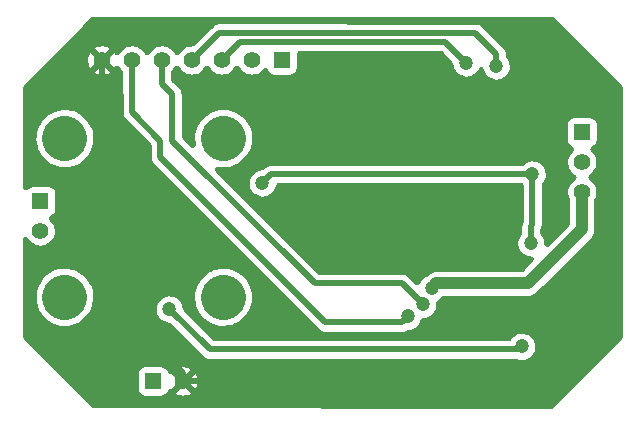
<source format=gbl>
G04 ( created by brdgerber.py ( brdgerber.py v0.1 2014-03-12 ) ) date 2021-03-15 07:30:47 EDT*
G04 Gerber Fmt 3.4, Leading zero omitted, Abs format*
%MOIN*%
%FSLAX34Y34*%
G01*
G70*
G90*
G04 APERTURE LIST*
%ADD27R,0.1575X0.0945*%
%ADD22R,0.0709X0.0629*%
%ADD17R,0.0629X0.0709*%
%ADD21C,0.0000*%
%ADD13C,0.0020*%
%ADD25C,0.0059*%
%ADD23C,0.0200*%
%ADD20C,0.1500*%
%ADD26C,0.0400*%
%ADD30R,0.0800X0.0600*%
%ADD12C,0.0060*%
%ADD29C,0.0472*%
%ADD11C,0.0050*%
%ADD16C,0.0120*%
%ADD24C,0.0100*%
%ADD14R,0.0550X0.0550*%
%ADD18R,0.0472X0.0275*%
%ADD10R,0.0260X0.0800*%
%ADD28C,0.0047*%
%ADD19C,0.0012*%
%ADD15C,0.0550*%
G04 APERTURE END LIST*
G54D27*
D14*
X02850Y23350D03*
D15*
X01850Y23350D03*
D15*
X00850Y23350D03*
D15*
X-00150Y23350D03*
D15*
X-01150Y23350D03*
D15*
X-02150Y23350D03*
D15*
X-03150Y23350D03*
D20*
G01X-04395Y15455D02*
G01X-04395Y15455D01*
D20*
G01X00895Y15455D02*
G01X00895Y15455D01*
D20*
G01X00895Y20745D02*
G01X00895Y20745D01*
D20*
G01X-04395Y20745D02*
G01X-04395Y20745D01*
D14*
X-01450Y12650D03*
D15*
X-00450Y12650D03*
D14*
X12850Y20950D03*
D15*
X12850Y19950D03*
D15*
X12850Y18950D03*
G36*
G01X11859Y11801D02*
G01X11104Y13385D01*
G01X11024Y13346D01*
G01X10940Y13323D01*
G01X10836Y13314D01*
G01X00071Y12588D01*
G01X00050Y12490D01*
G01X00025Y12427D01*
G01X-00026Y12341D01*
G01X-00047Y12318D01*
G01X-00116Y12245D01*
G01X-00179Y12199D01*
G01X-00267Y12158D01*
G01X-00357Y12134D01*
G01X-00464Y12125D01*
G01X-01177Y12125D01*
G01X-01723Y12125D01*
G01X-01800Y12137D01*
G01X-01874Y12175D01*
G01X-01925Y12226D01*
G01X-01963Y12300D01*
G01X-01975Y12375D01*
G01X-01975Y12925D01*
G01X-01963Y13000D01*
G01X-04291Y14461D01*
G01X-04399Y14455D01*
G01X-04536Y14466D01*
G01X-04635Y14485D01*
G01X-04742Y14518D01*
G01X-04839Y14559D01*
G01X-04929Y14611D01*
G01X-05032Y14685D01*
G01X-05133Y14780D01*
G01X-05204Y14868D01*
G01X-05267Y14966D01*
G01X-05316Y15066D01*
G01X-05350Y15162D01*
G01X-05376Y15268D01*
G01X-05391Y15377D01*
G01X-05390Y15541D01*
G01X-05376Y15652D01*
G01X-05350Y15751D01*
G01X-05313Y15850D01*
G01X-05256Y15963D01*
G01X-05185Y16068D01*
G01X-05095Y16168D01*
G01X-04997Y16253D01*
G01X-04902Y16317D01*
G01X-04802Y16368D01*
G01X-04702Y16407D01*
G01X-04601Y16434D01*
G01X-04500Y16450D01*
G01X-04305Y16452D01*
G01X-04097Y16410D01*
G01X-04002Y16375D01*
G01X-03901Y16325D01*
G01X-03805Y16263D01*
G01X-01445Y19850D01*
G01X01678Y16076D01*
G01X01739Y15990D01*
G01X01790Y15901D01*
G01X01834Y15798D01*
G01X01865Y15696D01*
G01X01884Y15597D01*
G01X01895Y15457D01*
G01X01885Y15323D01*
G01X01867Y15222D01*
G01X01835Y15116D01*
G01X01796Y15021D01*
G01X01729Y14904D01*
G01X01662Y14814D01*
G01X01573Y14721D01*
G01X01487Y14650D01*
G01X01375Y14578D01*
G01X01282Y14534D01*
G01X01182Y14498D01*
G01X01075Y14473D01*
G01X00888Y14455D01*
G01X00753Y14466D01*
G01X00654Y14485D01*
G01X00547Y14518D01*
G01X00449Y14560D01*
G01X00360Y14611D01*
G01X00272Y14674D01*
G01X00170Y14766D01*
G01X00095Y14854D01*
G01X00022Y14966D01*
G01X-00032Y15079D01*
G01X-00065Y15174D01*
G01X-00089Y15279D01*
G01X-00103Y15390D01*
G01X-00098Y15579D01*
G01X-00081Y15677D01*
G01X-00050Y15784D01*
G01X-00012Y15878D01*
G01X00046Y15984D01*
G01X00128Y16098D01*
G01X00252Y16222D01*
G01X00366Y16304D01*
G01X00472Y16362D01*
G01X00566Y16400D01*
G01X00673Y16431D01*
G01X00772Y16448D01*
G01X00961Y16453D01*
G01X01071Y16439D01*
G01X01176Y16415D01*
G01X01271Y16382D01*
G01X01385Y16327D01*
G01X01497Y16254D01*
G01X01584Y16180D01*
G01X01678Y16076D01*
G01X-01445Y19850D01*
G01X-03815Y19930D01*
G01X-03922Y19863D01*
G01X-04022Y19816D01*
G01X-04120Y19783D01*
G01X-04226Y19759D01*
G01X-04436Y19745D01*
G01X-04549Y19757D01*
G01X-04649Y19778D01*
G01X-04751Y19810D01*
G01X-04865Y19861D01*
G01X-04973Y19929D01*
G01X-05071Y20009D01*
G01X-05164Y20106D01*
G01X-05280Y20280D01*
G01X-05326Y20380D01*
G01X-05358Y20477D01*
G01X-05382Y20586D01*
G01X-05393Y20702D01*
G01X-05388Y20864D01*
G01X-05371Y20962D01*
G01X-05340Y21070D01*
G01X-05302Y21165D01*
G01X-05253Y21258D01*
G01X-05176Y21368D01*
G01X-05095Y21457D01*
G01X-05005Y21536D01*
G01X-04888Y21614D01*
G01X-04798Y21659D01*
G01X-04693Y21699D01*
G01X-04592Y21725D01*
G01X-04490Y21740D01*
G01X-03672Y23298D01*
G01X-03671Y23414D01*
G01X-03650Y23511D01*
G01X-03625Y23573D01*
G01X-03574Y23659D01*
G01X-03553Y23682D01*
G01X-03484Y23755D01*
G01X-03421Y23801D01*
G01X-03333Y23842D01*
G01X-03243Y23866D01*
G01X-03136Y23875D01*
G01X-03048Y23864D01*
G01X-02960Y23839D01*
G01X-02869Y23793D01*
G01X-02816Y23754D01*
G01X-03150Y23421D01*
G01X-03484Y23755D01*
G01X-03553Y23682D01*
G01X-03221Y23350D01*
G01X-03150Y23279D01*
G01X-02816Y22945D01*
G01X-02879Y22899D01*
G01X-02967Y22858D01*
G01X-03057Y22834D01*
G01X-03164Y22825D01*
G01X-03252Y22836D01*
G01X-03340Y22861D01*
G01X-03431Y22907D01*
G01X-03484Y22946D01*
G01X-03150Y23279D01*
G01X-03221Y23350D01*
G01X-03553Y23018D01*
G01X-03580Y23049D01*
G01X-03627Y23131D01*
G01X-03654Y23203D01*
G01X-03672Y23298D01*
G01X-04490Y21740D01*
G01X-04324Y21742D01*
G01X-04218Y21728D01*
G01X-04110Y21703D01*
G01X-04013Y21669D01*
G01X-03913Y21621D01*
G01X-03738Y21499D01*
G01X-03638Y21399D01*
G01X-03562Y21298D01*
G01X-03498Y21187D01*
G01X-03454Y21084D01*
G01X-03423Y20981D01*
G01X-03404Y20884D01*
G01X-03396Y20695D01*
G01X-03408Y20584D01*
G01X-03429Y20482D01*
G01X-03508Y20283D01*
G01X-03579Y20166D01*
G01X-03657Y20069D01*
G01X-03815Y19930D01*
G01X-01445Y19850D01*
G01X-01490Y19906D01*
G01X-01520Y19959D01*
G01X-01546Y20051D01*
G01X-01548Y20487D01*
G01X-01558Y20517D01*
G01X-02412Y21369D01*
G01X-02450Y21420D01*
G01X-02491Y21525D01*
G01X-02500Y22952D01*
G01X-02580Y23048D01*
G01X-02607Y23096D01*
G01X-02639Y23120D01*
G01X-02679Y23112D01*
G01X-02726Y23041D01*
G01X-02747Y23018D01*
G01X-03079Y23350D01*
G01X-02747Y23682D01*
G01X-02721Y23653D01*
G01X-02693Y23604D01*
G01X-02661Y23580D01*
G01X-02621Y23588D01*
G01X-02574Y23659D01*
G01X-02485Y23754D01*
G01X-02421Y23801D01*
G01X-02333Y23842D01*
G01X-02243Y23866D01*
G01X-02136Y23875D01*
G01X-02048Y23864D01*
G01X-01960Y23839D01*
G01X-01869Y23793D01*
G01X-01802Y23744D01*
G01X-01721Y23653D01*
G01X-01693Y23604D01*
G01X-01661Y23580D01*
G01X-01621Y23588D01*
G01X-01574Y23659D01*
G01X-01485Y23754D01*
G01X-01421Y23801D01*
G01X-01333Y23842D01*
G01X-01243Y23866D01*
G01X-01136Y23875D01*
G01X-01048Y23864D01*
G01X-00960Y23839D01*
G01X-00869Y23793D01*
G01X-00802Y23744D01*
G01X-00721Y23653D01*
G01X-00693Y23604D01*
G01X-00661Y23580D01*
G01X-00621Y23588D01*
G01X-00574Y23659D01*
G01X-00485Y23754D01*
G01X-00421Y23801D01*
G01X-00333Y23842D01*
G01X-00243Y23866D01*
G01X-00119Y23878D01*
G01X00543Y24531D01*
G01X00603Y24567D01*
G01X00673Y24591D01*
G01X00747Y24600D01*
G01X09335Y24597D01*
G01X09421Y24578D01*
G01X09481Y24549D01*
G01X09540Y24505D01*
G01X10277Y23763D01*
G01X10320Y23690D01*
G01X10344Y23606D01*
G01X10351Y23493D01*
G01X10405Y23419D01*
G01X10447Y23341D01*
G01X10473Y23262D01*
G01X10485Y23175D01*
G01X10479Y23075D01*
G01X10459Y22992D01*
G01X10421Y22907D01*
G01X10377Y22843D01*
G01X10313Y22778D01*
G01X10254Y22735D01*
G01X10174Y22696D01*
G01X10090Y22673D01*
G01X09986Y22664D01*
G01X09903Y22675D01*
G01X09809Y22703D01*
G01X09741Y22739D01*
G01X09671Y22792D01*
G01X09618Y22849D01*
G01X09573Y22918D01*
G01X09520Y23053D01*
G01X09500Y23067D01*
G01X09475Y23070D01*
G01X09452Y23060D01*
G01X09377Y22943D01*
G01X09313Y22878D01*
G01X09254Y22835D01*
G01X09174Y22796D01*
G01X09090Y22773D01*
G01X08986Y22764D01*
G01X08903Y22775D01*
G01X08809Y22803D01*
G01X08741Y22839D01*
G01X08671Y22892D01*
G01X08618Y22949D01*
G01X08574Y23017D01*
G01X08537Y23102D01*
G01X08507Y23250D01*
G01X08152Y23601D01*
G01X03425Y23602D01*
G01X03396Y23592D01*
G01X03377Y23567D01*
G01X03375Y23075D01*
G01X03363Y23000D01*
G01X03325Y22926D01*
G01X03274Y22875D01*
G01X03200Y22837D01*
G01X03123Y22825D01*
G01X02577Y22825D01*
G01X02500Y22837D01*
G01X02426Y22875D01*
G01X02375Y22926D01*
G01X02319Y23026D01*
G01X02297Y23035D01*
G01X02273Y23032D01*
G01X02186Y22947D01*
G01X02121Y22899D01*
G01X02033Y22858D01*
G01X01943Y22834D01*
G01X01836Y22825D01*
G01X01748Y22836D01*
G01X01660Y22861D01*
G01X01569Y22907D01*
G01X01502Y22956D01*
G01X01420Y23049D01*
G01X01393Y23096D01*
G01X01361Y23120D01*
G01X01321Y23112D01*
G01X01274Y23041D01*
G01X01186Y22947D01*
G01X01121Y22899D01*
G01X01033Y22858D01*
G01X00943Y22834D01*
G01X00836Y22825D01*
G01X00748Y22836D01*
G01X00660Y22861D01*
G01X00569Y22907D01*
G01X00502Y22956D01*
G01X00420Y23049D01*
G01X00393Y23096D01*
G01X00361Y23120D01*
G01X00321Y23112D01*
G01X00274Y23041D01*
G01X00186Y22947D01*
G01X00121Y22899D01*
G01X00033Y22858D01*
G01X-00057Y22834D01*
G01X-00164Y22825D01*
G01X-00252Y22836D01*
G01X-00340Y22861D01*
G01X-00431Y22907D01*
G01X-00498Y22956D01*
G01X-00580Y23049D01*
G01X-00607Y23096D01*
G01X-00639Y23120D01*
G01X-00679Y23112D01*
G01X-00726Y23041D01*
G01X-00798Y22961D01*
G01X-00804Y22717D01*
G01X-00794Y22687D01*
G01X-00518Y22407D01*
G01X-00485Y22350D01*
G01X-00459Y22278D01*
G01X-00450Y22215D01*
G01X-00450Y20792D01*
G01X-00170Y20510D01*
G01X-00149Y20497D01*
G01X-00123Y20496D01*
G01X-00101Y20508D01*
G01X-00087Y20530D01*
G01X-00105Y20780D01*
G01X-00094Y20892D01*
G01X-00074Y20992D01*
G01X-00042Y21094D01*
G01X00003Y21197D01*
G01X00060Y21296D01*
G01X00123Y21381D01*
G01X00238Y21499D01*
G01X00316Y21560D01*
G01X00446Y21638D01*
G01X00540Y21679D01*
G01X00647Y21713D01*
G01X00748Y21733D01*
G01X00883Y21744D01*
G01X01023Y21736D01*
G01X01124Y21718D01*
G01X01230Y21687D01*
G01X01324Y21648D01*
G01X01417Y21597D01*
G01X01518Y21526D01*
G01X01619Y21434D01*
G01X01693Y21347D01*
G01X01759Y21246D01*
G01X01810Y21146D01*
G01X01848Y21046D01*
G01X01875Y20943D01*
G01X01890Y20843D01*
G01X01892Y20673D01*
G01X01878Y20567D01*
G01X01852Y20457D01*
G01X01818Y20362D01*
G01X01764Y20250D01*
G01X01693Y20142D01*
G01X01600Y20037D01*
G01X01500Y19949D01*
G01X01414Y19891D01*
G01X01311Y19836D01*
G01X01206Y19795D01*
G01X01105Y19766D01*
G01X01003Y19750D01*
G01X00854Y19745D01*
G01X00682Y19763D01*
G01X00661Y19749D01*
G01X00648Y19727D01*
G01X00649Y19702D01*
G01X00662Y19680D01*
G01X04102Y16251D01*
G01X06866Y16250D01*
G01X06916Y16242D01*
G01X07017Y16206D01*
G01X07072Y16168D01*
G01X07339Y15909D01*
G01X07378Y15911D01*
G01X07404Y15940D01*
G01X07449Y16023D01*
G01X07504Y16090D01*
G01X07569Y16147D01*
G01X07659Y16196D01*
G01X07778Y16291D01*
G01X07836Y16316D01*
G01X07947Y16347D01*
G01X10853Y16347D01*
G01X11207Y16701D01*
G01X11208Y16725D01*
G01X11198Y16747D01*
G01X11179Y16762D01*
G01X11053Y16775D01*
G01X10959Y16803D01*
G01X10893Y16838D01*
G01X10821Y16892D01*
G01X10770Y16947D01*
G01X10724Y17017D01*
G01X10687Y17102D01*
G01X10669Y17183D01*
G01X10665Y17289D01*
G01X10679Y17369D01*
G01X10709Y17456D01*
G01X10800Y17594D01*
G01X10800Y17818D01*
G01X10812Y17890D01*
G01X10851Y17979D01*
G01X10852Y19156D01*
G01X10842Y19185D01*
G01X10817Y19204D01*
G01X02725Y19200D01*
G01X02700Y19193D01*
G01X02681Y19174D01*
G01X02659Y19093D01*
G01X02621Y19007D01*
G01X02577Y18943D01*
G01X02513Y18878D01*
G01X02454Y18835D01*
G01X02374Y18796D01*
G01X02290Y18773D01*
G01X02186Y18764D01*
G01X02103Y18775D01*
G01X02009Y18803D01*
G01X01943Y18838D01*
G01X01871Y18892D01*
G01X01820Y18947D01*
G01X01773Y19018D01*
G01X01737Y19103D01*
G01X01719Y19183D01*
G01X01715Y19289D01*
G01X01728Y19367D01*
G01X01759Y19456D01*
G01X01799Y19523D01*
G01X01854Y19590D01*
G01X01919Y19647D01*
G01X01982Y19684D01*
G01X02075Y19719D01*
G01X02198Y19743D01*
G01X02280Y19822D01*
G01X02343Y19863D01*
G01X02411Y19888D01*
G01X02492Y19899D01*
G01X10855Y19898D01*
G01X10982Y19984D01*
G01X11075Y20019D01*
G01X11151Y20033D01*
G01X11257Y20032D01*
G01X11341Y20015D01*
G01X11422Y19983D01*
G01X11492Y19938D01*
G01X11557Y19879D01*
G01X11605Y19819D01*
G01X11647Y19741D01*
G01X11673Y19662D01*
G01X11685Y19575D01*
G01X11679Y19475D01*
G01X11659Y19393D01*
G01X11620Y19305D01*
G01X11551Y19210D01*
G01X11544Y17912D01*
G01X11550Y17835D01*
G01X11540Y17777D01*
G01X11501Y17674D01*
G01X11500Y17594D01*
G01X11555Y17519D01*
G01X11597Y17441D01*
G01X11623Y17362D01*
G01X11638Y17219D01*
G01X11652Y17200D01*
G01X11674Y17191D01*
G01X11698Y17192D01*
G01X12398Y17887D01*
G01X12404Y18668D01*
G01X12346Y18803D01*
G01X12328Y18898D01*
G01X12329Y19014D01*
G01X12350Y19111D01*
G01X12375Y19173D01*
G01X12426Y19259D01*
G01X12515Y19354D01*
G01X12591Y19406D01*
G01X12618Y19440D01*
G01X12618Y19462D01*
G01X12591Y19496D01*
G01X12502Y19556D01*
G01X12420Y19649D01*
G01X12372Y19733D01*
G01X12346Y19803D01*
G01X12328Y19900D01*
G01X12329Y20015D01*
G01X12350Y20111D01*
G01X12375Y20173D01*
G01X12426Y20259D01*
G01X12515Y20354D01*
G01X12530Y20382D01*
G01X12520Y20421D01*
G01X12426Y20475D01*
G01X12375Y20526D01*
G01X12337Y20600D01*
G01X12325Y20675D01*
G01X12325Y21225D01*
G01X12338Y21301D01*
G01X12375Y21374D01*
G01X12426Y21425D01*
G01X12500Y21463D01*
G01X12577Y21475D01*
G01X13123Y21475D01*
G01X13200Y21463D01*
G01X13274Y21425D01*
G01X13325Y21374D01*
G01X13362Y21301D01*
G01X13375Y21225D01*
G01X13375Y20675D01*
G01X13363Y20600D01*
G01X13325Y20526D01*
G01X13274Y20475D01*
G01X13180Y20422D01*
G01X13169Y20384D01*
G01X13190Y20350D01*
G01X13279Y20253D01*
G01X13326Y20171D01*
G01X13354Y20097D01*
G01X13372Y20002D01*
G01X13371Y19889D01*
G01X13350Y19790D01*
G01X13325Y19727D01*
G01X13274Y19642D01*
G01X13186Y19547D01*
G01X13109Y19494D01*
G01X13082Y19460D01*
G01X13082Y19438D01*
G01X13109Y19404D01*
G01X13198Y19344D01*
G01X13280Y19251D01*
G01X13327Y19169D01*
G01X13353Y19098D01*
G01X13372Y19003D01*
G01X13371Y18888D01*
G01X13350Y18790D01*
G01X13301Y18686D01*
G01X13292Y17626D01*
G01X13266Y17530D01*
G01X13233Y17467D01*
G01X13175Y17388D01*
G01X11349Y15567D01*
G01X11272Y15509D01*
G01X11219Y15486D01*
G01X11103Y15453D01*
G01X08239Y15447D01*
G01X08164Y15379D01*
G01X08039Y15296D01*
G01X08030Y15273D01*
G01X08035Y15225D01*
G01X08029Y15125D01*
G01X08009Y15042D01*
G01X07970Y14955D01*
G01X07927Y14893D01*
G01X07863Y14828D01*
G01X07804Y14785D01*
G01X07724Y14746D01*
G01X07641Y14723D01*
G01X07551Y14714D01*
G01X07530Y14701D01*
G01X07470Y14555D01*
G01X07427Y14493D01*
G01X07363Y14428D01*
G01X07304Y14385D01*
G01X07224Y14346D01*
G01X07140Y14323D01*
G01X07055Y14315D01*
G01X06975Y14274D01*
G01X06902Y14256D01*
G01X04285Y14250D01*
G01X04220Y14260D01*
G01X04151Y14284D01*
G01X04087Y14324D01*
G01X-01445Y19850D01*
G01X-03805Y16263D01*
G01X-03718Y16191D01*
G01X-03600Y16062D01*
G01X-03533Y15964D01*
G01X-03487Y15874D01*
G01X-03446Y15770D01*
G01X-03417Y15667D01*
G01X-03401Y15568D01*
G01X-03398Y15380D01*
G01X-03437Y15167D01*
G01X-03473Y15067D01*
G01X-03520Y14970D01*
G01X-03583Y14871D01*
G01X-03662Y14776D01*
G01X-03769Y14676D01*
G01X-03882Y14597D01*
G01X-03982Y14545D01*
G01X-04087Y14504D01*
G01X-04188Y14477D01*
G01X-04291Y14461D01*
G01X-01963Y13000D01*
G01X-01925Y13074D01*
G01X-01874Y13125D01*
G01X-01800Y13163D01*
G01X-01723Y13175D01*
G01X-01177Y13175D01*
G01X-01100Y13163D01*
G01X-00633Y13142D01*
G01X-00543Y13166D01*
G01X-00436Y13175D01*
G01X-00348Y13164D01*
G01X-00260Y13139D01*
G01X-00169Y13093D01*
G01X-00116Y13054D01*
G01X-00450Y12721D01*
G01X-00784Y13055D01*
G01X-00721Y13101D01*
G01X-00633Y13142D01*
G01X-01100Y13163D01*
G01X-01026Y13125D01*
G01X-00975Y13074D01*
G01X-00919Y12974D01*
G01X-00897Y12965D01*
G01X-00873Y12968D01*
G01X-00856Y12985D01*
G01X-00521Y12650D01*
G01X-00856Y12315D01*
G01X-00872Y12332D01*
G01X-00896Y12335D01*
G01X-00918Y12326D01*
G01X-00975Y12226D01*
G01X-01026Y12175D01*
G01X-01100Y12137D01*
G01X-01177Y12125D01*
G01X-00464Y12125D01*
G01X-00552Y12136D01*
G01X-00640Y12161D01*
G01X-00731Y12207D01*
G01X-00784Y12246D01*
G01X-00450Y12579D01*
G01X-00116Y12245D01*
G01X-00047Y12318D01*
G01X-00379Y12650D01*
G01X-00047Y12982D01*
G01X-00020Y12951D01*
G01X00027Y12869D01*
G01X00054Y12797D01*
G01X00072Y12702D01*
G01X00071Y12588D01*
G01X10836Y13314D01*
G01X10753Y13325D01*
G01X10662Y13352D01*
G01X00435Y13350D01*
G01X00370Y13360D01*
G01X00301Y13384D01*
G01X00240Y13421D01*
G01X-00906Y14559D01*
G01X-00997Y14575D01*
G01X-01091Y14603D01*
G01X-01159Y14639D01*
G01X-01229Y14692D01*
G01X-01281Y14748D01*
G01X-01327Y14818D01*
G01X-01363Y14902D01*
G01X-01381Y14983D01*
G01X-01385Y15089D01*
G01X-01371Y15169D01*
G01X-01341Y15256D01*
G01X-01301Y15323D01*
G01X-01246Y15390D01*
G01X-01181Y15447D01*
G01X-01118Y15484D01*
G01X-01025Y15519D01*
G01X-00949Y15533D01*
G01X-00843Y15532D01*
G01X-00759Y15515D01*
G01X-00678Y15483D01*
G01X-00608Y15438D01*
G01X-00543Y15379D01*
G01X-00495Y15319D01*
G01X-00453Y15241D01*
G01X-00427Y15162D01*
G01X-00410Y15053D01*
G01X00582Y14064D01*
G01X00609Y14050D01*
G01X10426Y14050D01*
G01X10504Y14140D01*
G01X10569Y14197D01*
G01X10632Y14234D01*
G01X10725Y14269D01*
G01X10801Y14283D01*
G01X10907Y14282D01*
G01X10991Y14265D01*
G01X11072Y14233D01*
G01X11142Y14188D01*
G01X11207Y14129D01*
G01X11255Y14069D01*
G01X11297Y13991D01*
G01X11323Y13912D01*
G01X11335Y13825D01*
G01X11329Y13725D01*
G01X11309Y13642D01*
G01X11270Y13555D01*
G01X11227Y13493D01*
G01X11163Y13428D01*
G01X11104Y13385D01*
G01X11859Y11801D01*
G01X14152Y14105D01*
G01X14149Y22454D01*
G01X11863Y24741D01*
G01X11828Y24756D01*
G01X-03463Y24745D01*
G01X-05746Y22455D01*
G01X-05755Y22151D01*
G01X-05747Y19094D01*
G01X-05710Y19068D01*
G01X-05687Y19069D01*
G01X-05624Y19125D01*
G01X-05550Y19163D01*
G01X-05473Y19175D01*
G01X-04927Y19175D01*
G01X-04850Y19163D01*
G01X-04776Y19125D01*
G01X-04725Y19074D01*
G01X-04687Y19000D01*
G01X-04675Y18925D01*
G01X-04675Y18375D01*
G01X-04687Y18300D01*
G01X-04725Y18226D01*
G01X-04776Y18175D01*
G01X-04870Y18122D01*
G01X-04881Y18084D01*
G01X-04860Y18050D01*
G01X-04771Y17953D01*
G01X-04723Y17869D01*
G01X-04697Y17798D01*
G01X-04678Y17704D01*
G01X-04679Y17588D01*
G01X-04700Y17490D01*
G01X-04725Y17427D01*
G01X-04776Y17341D01*
G01X-04864Y17247D01*
G01X-04928Y17200D01*
G01X-05017Y17158D01*
G01X-05107Y17134D01*
G01X-05214Y17125D01*
G01X-05302Y17136D01*
G01X-05390Y17161D01*
G01X-05481Y17207D01*
G01X-05548Y17256D01*
G01X-05629Y17347D01*
G01X-05659Y17401D01*
G01X-05678Y17420D01*
G01X-05703Y17427D01*
G01X-05728Y17420D01*
G01X-05746Y17402D01*
G01X-05753Y17377D01*
G01X-05754Y14101D01*
G01X-03456Y11804D01*
G01X11836Y11796D01*
G01X11859Y11801D01*
G01X11859Y11801D01*
G37*
D26*
G01X07850Y15750D02*
G01X08000Y15900D01*
D29*
X07850Y15750D03*
D26*
G01X08000Y15900D02*
G01X11050Y15900D01*
D14*
X-05200Y18650D03*
D15*
X-05200Y17650D03*
D23*
G01X06250Y12650D02*
G01X-00450Y12650D01*
D29*
X10000Y23150D03*
D23*
G01X10000Y23150D02*
G01X10000Y23550D01*
D23*
G01X10000Y23550D02*
G01X09300Y24250D01*
D23*
G01X09300Y24250D02*
G01X00750Y24250D01*
D23*
G01X00750Y24250D02*
G01X-00150Y23350D01*
D29*
X09000Y23250D03*
D23*
G01X09000Y23250D02*
G01X08300Y23950D01*
D23*
G01X08300Y23950D02*
G01X01450Y23950D01*
D23*
G01X01450Y23950D02*
G01X00850Y23350D01*
D23*
G01X-01150Y22550D02*
G01X-01150Y23350D01*
D26*
G01X11050Y15900D02*
G01X12850Y17700D01*
D26*
G01X12850Y17700D02*
G01X12850Y18950D01*
D29*
X06900Y12000D03*
D23*
G01X06900Y12000D02*
G01X06250Y12650D01*
D23*
G01X-03150Y23350D02*
G01X-03150Y15600D01*
D23*
G01X-03150Y15600D02*
G01X-00450Y12900D01*
D23*
G01X-00450Y12900D02*
G01X-00450Y12650D01*
D29*
X07050Y14800D03*
D23*
G01X07050Y14800D02*
G01X06850Y14600D01*
D23*
G01X06850Y14600D02*
G01X04300Y14600D01*
D23*
G01X04300Y14600D02*
G01X-01200Y20100D01*
D23*
G01X-01200Y20100D02*
G01X-01200Y20650D01*
D23*
G01X-01200Y20650D02*
G01X-02150Y21600D01*
D23*
G01X-02150Y21600D02*
G01X-02150Y23350D01*
D29*
X07550Y15200D03*
D23*
G01X07550Y15200D02*
G01X06850Y15900D01*
D23*
G01X06850Y15900D02*
G01X03950Y15900D01*
D23*
G01X03950Y15900D02*
G01X-00800Y20650D01*
D23*
G01X-00800Y20650D02*
G01X-00800Y22200D01*
D23*
G01X-00800Y22200D02*
G01X-01150Y22550D01*
D29*
X11200Y19550D03*
D23*
G01X11200Y19550D02*
G01X11200Y17850D01*
D23*
G01X11200Y17850D02*
G01X11150Y17800D01*
D23*
G01X11150Y17800D02*
G01X11150Y17250D01*
D29*
X11150Y17250D03*
D23*
G01X11200Y19550D02*
G01X02500Y19550D01*
D23*
G01X02500Y19550D02*
G01X02200Y19250D01*
D29*
X02200Y19250D03*
D29*
X10850Y13800D03*
D23*
G01X10850Y13800D02*
G01X10750Y13700D01*
D23*
G01X10750Y13700D02*
G01X00450Y13700D01*
D23*
G01X00450Y13700D02*
G01X-00900Y15050D01*
D29*
X-00900Y15050D03*
D24*
G01X-02816Y23754D02*
G01X-02816Y23754D01*
G01X-02869Y23793D01*
G01X-02960Y23839D01*
G01X-03048Y23864D01*
G01X-03136Y23875D01*
G01X-03243Y23866D01*
G01X-03333Y23842D01*
G01X-03421Y23801D01*
G01X-03484Y23755D01*
G01X-03150Y23421D01*
G01X-02816Y23754D01*
D24*
G01X-03221Y23350D02*
G01X-03221Y23350D01*
G01X-03553Y23682D01*
G01X-03574Y23659D01*
G01X-03625Y23573D01*
G01X-03650Y23511D01*
G01X-03671Y23414D01*
G01X-03672Y23298D01*
G01X-03654Y23203D01*
G01X-03627Y23131D01*
G01X-03580Y23049D01*
G01X-03553Y23018D01*
G01X-03553Y23018D01*
G01X-03221Y23350D01*
D24*
G01X-03057Y22834D02*
G01X-03057Y22834D01*
G01X-02967Y22858D01*
G01X-02879Y22899D01*
G01X-02816Y22945D01*
G01X-03150Y23279D01*
G01X-03484Y22946D01*
G01X-03431Y22907D01*
G01X-03340Y22861D01*
G01X-03252Y22836D01*
G01X-03164Y22825D01*
G01X-03164Y22825D01*
G01X-03057Y22834D01*
D24*
G01X-04226Y19759D02*
G01X-04226Y19759D01*
G01X-04120Y19783D01*
G01X-04022Y19816D01*
G01X-03922Y19863D01*
G01X-03815Y19930D01*
G01X-03657Y20069D01*
G01X-03579Y20166D01*
G01X-03508Y20283D01*
G01X-03429Y20482D01*
G01X-03408Y20584D01*
G01X-03396Y20695D01*
G01X-03404Y20884D01*
G01X-03423Y20981D01*
G01X-03454Y21084D01*
G01X-03498Y21187D01*
G01X-03562Y21298D01*
G01X-03638Y21399D01*
G01X-03738Y21499D01*
G01X-03913Y21621D01*
G01X-04013Y21669D01*
G01X-04110Y21703D01*
G01X-04218Y21728D01*
G01X-04324Y21742D01*
G01X-04490Y21740D01*
G01X-04592Y21725D01*
G01X-04693Y21699D01*
G01X-04798Y21659D01*
G01X-04888Y21614D01*
G01X-05005Y21536D01*
G01X-05095Y21457D01*
G01X-05176Y21368D01*
G01X-05253Y21258D01*
G01X-05302Y21165D01*
G01X-05340Y21070D01*
G01X-05371Y20962D01*
G01X-05388Y20864D01*
G01X-05393Y20702D01*
G01X-05382Y20586D01*
G01X-05358Y20477D01*
G01X-05326Y20380D01*
G01X-05280Y20280D01*
G01X-05164Y20106D01*
G01X-05071Y20009D01*
G01X-04973Y19929D01*
G01X-04865Y19861D01*
G01X-04751Y19810D01*
G01X-04649Y19778D01*
G01X-04549Y19757D01*
G01X-04436Y19745D01*
G01X-04436Y19745D01*
G01X-04226Y19759D01*
D24*
G01X01075Y14473D02*
G01X01075Y14473D01*
G01X01182Y14498D01*
G01X01282Y14534D01*
G01X01375Y14578D01*
G01X01487Y14650D01*
G01X01573Y14721D01*
G01X01662Y14814D01*
G01X01729Y14904D01*
G01X01796Y15021D01*
G01X01835Y15116D01*
G01X01867Y15222D01*
G01X01885Y15323D01*
G01X01895Y15457D01*
G01X01884Y15597D01*
G01X01865Y15696D01*
G01X01834Y15798D01*
G01X01790Y15901D01*
G01X01739Y15990D01*
G01X01678Y16076D01*
G01X01584Y16180D01*
G01X01497Y16254D01*
G01X01385Y16327D01*
G01X01271Y16382D01*
G01X01176Y16415D01*
G01X01071Y16439D01*
G01X00961Y16453D01*
G01X00772Y16448D01*
G01X00673Y16431D01*
G01X00566Y16400D01*
G01X00472Y16362D01*
G01X00366Y16304D01*
G01X00252Y16222D01*
G01X00128Y16098D01*
G01X00046Y15984D01*
G01X-00012Y15878D01*
G01X-00050Y15784D01*
G01X-00081Y15677D01*
G01X-00098Y15579D01*
G01X-00103Y15390D01*
G01X-00089Y15279D01*
G01X-00065Y15174D01*
G01X-00032Y15079D01*
G01X00022Y14966D01*
G01X00095Y14854D01*
G01X00170Y14766D01*
G01X00272Y14674D01*
G01X00360Y14611D01*
G01X00449Y14560D01*
G01X00547Y14518D01*
G01X00654Y14485D01*
G01X00753Y14466D01*
G01X00888Y14455D01*
G01X00888Y14455D01*
G01X01075Y14473D01*
D24*
G01X-04291Y14461D02*
G01X-04291Y14461D01*
G01X-04188Y14477D01*
G01X-04087Y14504D01*
G01X-03982Y14545D01*
G01X-03882Y14597D01*
G01X-03769Y14676D01*
G01X-03662Y14776D01*
G01X-03583Y14871D01*
G01X-03520Y14970D01*
G01X-03473Y15067D01*
G01X-03437Y15167D01*
G01X-03398Y15380D01*
G01X-03401Y15568D01*
G01X-03417Y15667D01*
G01X-03446Y15770D01*
G01X-03487Y15874D01*
G01X-03533Y15964D01*
G01X-03600Y16062D01*
G01X-03718Y16191D01*
G01X-03805Y16263D01*
G01X-03901Y16325D01*
G01X-04002Y16375D01*
G01X-04097Y16410D01*
G01X-04305Y16452D01*
G01X-04500Y16450D01*
G01X-04601Y16434D01*
G01X-04702Y16407D01*
G01X-04802Y16368D01*
G01X-04902Y16317D01*
G01X-04997Y16253D01*
G01X-05095Y16168D01*
G01X-05185Y16068D01*
G01X-05256Y15963D01*
G01X-05313Y15850D01*
G01X-05350Y15751D01*
G01X-05376Y15652D01*
G01X-05390Y15541D01*
G01X-05391Y15377D01*
G01X-05376Y15268D01*
G01X-05350Y15162D01*
G01X-05316Y15066D01*
G01X-05267Y14966D01*
G01X-05204Y14868D01*
G01X-05133Y14780D01*
G01X-05032Y14685D01*
G01X-04929Y14611D01*
G01X-04839Y14559D01*
G01X-04742Y14518D01*
G01X-04635Y14485D01*
G01X-04536Y14466D01*
G01X-04399Y14455D01*
G01X-04399Y14455D01*
G01X-04291Y14461D01*
D24*
G01X06902Y14256D02*
G01X06902Y14256D01*
G01X06975Y14274D01*
G01X07055Y14315D01*
G01X07140Y14323D01*
G01X07224Y14346D01*
G01X07304Y14385D01*
G01X07363Y14428D01*
G01X07427Y14493D01*
G01X07470Y14555D01*
G01X07530Y14701D01*
G01X07551Y14714D01*
G01X07641Y14723D01*
G01X07724Y14746D01*
G01X07804Y14785D01*
G01X07863Y14828D01*
G01X07927Y14893D01*
G01X07970Y14955D01*
G01X08009Y15042D01*
G01X08029Y15125D01*
G01X08035Y15225D01*
G01X08030Y15273D01*
G01X08039Y15296D01*
G01X08164Y15379D01*
G01X08239Y15447D01*
G01X11103Y15453D01*
G01X11219Y15486D01*
G01X11272Y15509D01*
G01X11349Y15567D01*
G01X13175Y17388D01*
G01X13233Y17467D01*
G01X13266Y17530D01*
G01X13292Y17626D01*
G01X13301Y18686D01*
G01X13350Y18790D01*
G01X13371Y18888D01*
G01X13372Y19003D01*
G01X13353Y19098D01*
G01X13327Y19169D01*
G01X13280Y19251D01*
G01X13198Y19344D01*
G01X13109Y19404D01*
G01X13082Y19438D01*
G01X13082Y19460D01*
G01X13109Y19494D01*
G01X13186Y19547D01*
G01X13274Y19642D01*
G01X13325Y19727D01*
G01X13350Y19790D01*
G01X13371Y19889D01*
G01X13372Y20002D01*
G01X13354Y20097D01*
G01X13326Y20171D01*
G01X13279Y20253D01*
G01X13190Y20350D01*
G01X13169Y20384D01*
G01X13180Y20422D01*
G01X13274Y20475D01*
G01X13325Y20526D01*
G01X13363Y20600D01*
G01X13375Y20675D01*
G01X13375Y21225D01*
G01X13362Y21301D01*
G01X13325Y21374D01*
G01X13274Y21425D01*
G01X13200Y21463D01*
G01X13123Y21475D01*
G01X12577Y21475D01*
G01X12500Y21463D01*
G01X12426Y21425D01*
G01X12375Y21374D01*
G01X12338Y21301D01*
G01X12325Y21225D01*
G01X12325Y20675D01*
G01X12337Y20600D01*
G01X12375Y20526D01*
G01X12426Y20475D01*
G01X12520Y20421D01*
G01X12530Y20382D01*
G01X12515Y20354D01*
G01X12426Y20259D01*
G01X12375Y20173D01*
G01X12350Y20111D01*
G01X12329Y20015D01*
G01X12328Y19900D01*
G01X12346Y19803D01*
G01X12372Y19733D01*
G01X12420Y19649D01*
G01X12502Y19556D01*
G01X12591Y19496D01*
G01X12618Y19462D01*
G01X12618Y19440D01*
G01X12591Y19406D01*
G01X12515Y19354D01*
G01X12426Y19259D01*
G01X12375Y19173D01*
G01X12350Y19111D01*
G01X12329Y19014D01*
G01X12328Y18898D01*
G01X12346Y18803D01*
G01X12404Y18668D01*
G01X12398Y17887D01*
G01X11698Y17192D01*
G01X11674Y17191D01*
G01X11652Y17200D01*
G01X11638Y17219D01*
G01X11623Y17362D01*
G01X11597Y17441D01*
G01X11555Y17519D01*
G01X11500Y17594D01*
G01X11501Y17674D01*
G01X11540Y17777D01*
G01X11550Y17835D01*
G01X11544Y17912D01*
G01X11551Y19210D01*
G01X11620Y19305D01*
G01X11659Y19393D01*
G01X11679Y19475D01*
G01X11685Y19575D01*
G01X11673Y19662D01*
G01X11647Y19741D01*
G01X11605Y19819D01*
G01X11557Y19879D01*
G01X11492Y19938D01*
G01X11422Y19983D01*
G01X11341Y20015D01*
G01X11257Y20032D01*
G01X11151Y20033D01*
G01X11075Y20019D01*
G01X10982Y19984D01*
G01X10855Y19898D01*
G01X02492Y19899D01*
G01X02411Y19888D01*
G01X02343Y19863D01*
G01X02280Y19822D01*
G01X02198Y19743D01*
G01X02075Y19719D01*
G01X01982Y19684D01*
G01X01919Y19647D01*
G01X01854Y19590D01*
G01X01799Y19523D01*
G01X01759Y19456D01*
G01X01728Y19367D01*
G01X01715Y19289D01*
G01X01719Y19183D01*
G01X01737Y19103D01*
G01X01773Y19018D01*
G01X01820Y18947D01*
G01X01871Y18892D01*
G01X01943Y18838D01*
G01X02009Y18803D01*
G01X02103Y18775D01*
G01X02186Y18764D01*
G01X02290Y18773D01*
G01X02374Y18796D01*
G01X02454Y18835D01*
G01X02513Y18878D01*
G01X02577Y18943D01*
G01X02621Y19007D01*
G01X02659Y19093D01*
G01X02681Y19174D01*
G01X02700Y19193D01*
G01X02725Y19200D01*
G01X10817Y19204D01*
G01X10842Y19185D01*
G01X10852Y19156D01*
G01X10851Y17979D01*
G01X10812Y17890D01*
G01X10800Y17818D01*
G01X10800Y17594D01*
G01X10709Y17456D01*
G01X10679Y17369D01*
G01X10665Y17289D01*
G01X10669Y17183D01*
G01X10687Y17102D01*
G01X10724Y17017D01*
G01X10770Y16947D01*
G01X10821Y16892D01*
G01X10893Y16838D01*
G01X10959Y16803D01*
G01X11053Y16775D01*
G01X11179Y16762D01*
G01X11198Y16747D01*
G01X11208Y16725D01*
G01X11207Y16701D01*
G01X10853Y16347D01*
G01X07947Y16347D01*
G01X07836Y16316D01*
G01X07778Y16291D01*
G01X07659Y16196D01*
G01X07569Y16147D01*
G01X07504Y16090D01*
G01X07449Y16023D01*
G01X07404Y15940D01*
G01X07378Y15911D01*
G01X07339Y15909D01*
G01X07072Y16168D01*
G01X07017Y16206D01*
G01X06916Y16242D01*
G01X06866Y16250D01*
G01X04102Y16251D01*
G01X00662Y19680D01*
G01X00649Y19702D01*
G01X00648Y19727D01*
G01X00661Y19749D01*
G01X00682Y19763D01*
G01X00854Y19745D01*
G01X01003Y19750D01*
G01X01105Y19766D01*
G01X01206Y19795D01*
G01X01311Y19836D01*
G01X01414Y19891D01*
G01X01500Y19949D01*
G01X01600Y20037D01*
G01X01693Y20142D01*
G01X01764Y20250D01*
G01X01818Y20362D01*
G01X01852Y20457D01*
G01X01878Y20567D01*
G01X01892Y20673D01*
G01X01890Y20843D01*
G01X01875Y20943D01*
G01X01848Y21046D01*
G01X01810Y21146D01*
G01X01759Y21246D01*
G01X01693Y21347D01*
G01X01619Y21434D01*
G01X01518Y21526D01*
G01X01417Y21597D01*
G01X01324Y21648D01*
G01X01230Y21687D01*
G01X01124Y21718D01*
G01X01023Y21736D01*
G01X00883Y21744D01*
G01X00748Y21733D01*
G01X00647Y21713D01*
G01X00540Y21679D01*
G01X00446Y21638D01*
G01X00316Y21560D01*
G01X00238Y21499D01*
G01X00123Y21381D01*
G01X00060Y21296D01*
G01X00003Y21197D01*
G01X-00042Y21094D01*
G01X-00074Y20992D01*
G01X-00094Y20892D01*
G01X-00105Y20780D01*
G01X-00087Y20530D01*
G01X-00101Y20508D01*
G01X-00123Y20496D01*
G01X-00149Y20497D01*
G01X-00170Y20510D01*
G01X-00450Y20792D01*
G01X-00450Y22215D01*
G01X-00459Y22278D01*
G01X-00485Y22350D01*
G01X-00518Y22407D01*
G01X-00794Y22687D01*
G01X-00804Y22717D01*
G01X-00798Y22961D01*
G01X-00726Y23041D01*
G01X-00679Y23112D01*
G01X-00639Y23120D01*
G01X-00607Y23096D01*
G01X-00580Y23049D01*
G01X-00498Y22956D01*
G01X-00431Y22907D01*
G01X-00340Y22861D01*
G01X-00252Y22836D01*
G01X-00164Y22825D01*
G01X-00057Y22834D01*
G01X00033Y22858D01*
G01X00121Y22899D01*
G01X00186Y22947D01*
G01X00274Y23041D01*
G01X00321Y23112D01*
G01X00361Y23120D01*
G01X00393Y23096D01*
G01X00420Y23049D01*
G01X00502Y22956D01*
G01X00569Y22907D01*
G01X00660Y22861D01*
G01X00748Y22836D01*
G01X00836Y22825D01*
G01X00943Y22834D01*
G01X01033Y22858D01*
G01X01121Y22899D01*
G01X01186Y22947D01*
G01X01274Y23041D01*
G01X01321Y23112D01*
G01X01361Y23120D01*
G01X01393Y23096D01*
G01X01420Y23049D01*
G01X01502Y22956D01*
G01X01569Y22907D01*
G01X01660Y22861D01*
G01X01748Y22836D01*
G01X01836Y22825D01*
G01X01943Y22834D01*
G01X02033Y22858D01*
G01X02121Y22899D01*
G01X02186Y22947D01*
G01X02273Y23032D01*
G01X02297Y23035D01*
G01X02319Y23026D01*
G01X02375Y22926D01*
G01X02426Y22875D01*
G01X02500Y22837D01*
G01X02577Y22825D01*
G01X03123Y22825D01*
G01X03200Y22837D01*
G01X03274Y22875D01*
G01X03325Y22926D01*
G01X03363Y23000D01*
G01X03375Y23075D01*
G01X03377Y23567D01*
G01X03396Y23592D01*
G01X03425Y23602D01*
G01X08152Y23601D01*
G01X08507Y23250D01*
G01X08537Y23102D01*
G01X08574Y23017D01*
G01X08618Y22949D01*
G01X08671Y22892D01*
G01X08741Y22839D01*
G01X08809Y22803D01*
G01X08903Y22775D01*
G01X08986Y22764D01*
G01X09090Y22773D01*
G01X09174Y22796D01*
G01X09254Y22835D01*
G01X09313Y22878D01*
G01X09377Y22943D01*
G01X09452Y23060D01*
G01X09475Y23070D01*
G01X09500Y23067D01*
G01X09520Y23053D01*
G01X09573Y22918D01*
G01X09618Y22849D01*
G01X09671Y22792D01*
G01X09741Y22739D01*
G01X09809Y22703D01*
G01X09903Y22675D01*
G01X09986Y22664D01*
G01X10090Y22673D01*
G01X10174Y22696D01*
G01X10254Y22735D01*
G01X10313Y22778D01*
G01X10377Y22843D01*
G01X10421Y22907D01*
G01X10459Y22992D01*
G01X10479Y23075D01*
G01X10485Y23175D01*
G01X10473Y23262D01*
G01X10447Y23341D01*
G01X10405Y23419D01*
G01X10351Y23493D01*
G01X10344Y23606D01*
G01X10320Y23690D01*
G01X10277Y23763D01*
G01X09540Y24505D01*
G01X09481Y24549D01*
G01X09421Y24578D01*
G01X09335Y24597D01*
G01X00747Y24600D01*
G01X00673Y24591D01*
G01X00603Y24567D01*
G01X00543Y24531D01*
G01X-00119Y23878D01*
G01X-00243Y23866D01*
G01X-00333Y23842D01*
G01X-00421Y23801D01*
G01X-00485Y23754D01*
G01X-00574Y23659D01*
G01X-00621Y23588D01*
G01X-00661Y23580D01*
G01X-00693Y23604D01*
G01X-00721Y23653D01*
G01X-00802Y23744D01*
G01X-00869Y23793D01*
G01X-00960Y23839D01*
G01X-01048Y23864D01*
G01X-01136Y23875D01*
G01X-01243Y23866D01*
G01X-01333Y23842D01*
G01X-01421Y23801D01*
G01X-01485Y23754D01*
G01X-01574Y23659D01*
G01X-01621Y23588D01*
G01X-01661Y23580D01*
G01X-01693Y23604D01*
G01X-01721Y23653D01*
G01X-01802Y23744D01*
G01X-01869Y23793D01*
G01X-01960Y23839D01*
G01X-02048Y23864D01*
G01X-02136Y23875D01*
G01X-02243Y23866D01*
G01X-02333Y23842D01*
G01X-02421Y23801D01*
G01X-02485Y23754D01*
G01X-02574Y23659D01*
G01X-02621Y23588D01*
G01X-02661Y23580D01*
G01X-02693Y23604D01*
G01X-02721Y23653D01*
G01X-02747Y23682D01*
G01X-03079Y23350D01*
G01X-02747Y23018D01*
G01X-02726Y23041D01*
G01X-02679Y23112D01*
G01X-02639Y23120D01*
G01X-02607Y23096D01*
G01X-02580Y23048D01*
G01X-02500Y22952D01*
G01X-02491Y21525D01*
G01X-02450Y21420D01*
G01X-02412Y21369D01*
G01X-01558Y20517D01*
G01X-01548Y20487D01*
G01X-01546Y20051D01*
G01X-01520Y19959D01*
G01X-01490Y19906D01*
G01X-01445Y19850D01*
G01X04087Y14324D01*
G01X04151Y14284D01*
G01X04220Y14260D01*
G01X04285Y14250D01*
G01X04285Y14250D01*
G01X06902Y14256D01*
D24*
G01X10940Y13323D02*
G01X10940Y13323D01*
G01X11024Y13346D01*
G01X11104Y13385D01*
G01X11163Y13428D01*
G01X11227Y13493D01*
G01X11270Y13555D01*
G01X11309Y13642D01*
G01X11329Y13725D01*
G01X11335Y13825D01*
G01X11323Y13912D01*
G01X11297Y13991D01*
G01X11255Y14069D01*
G01X11207Y14129D01*
G01X11142Y14188D01*
G01X11072Y14233D01*
G01X10991Y14265D01*
G01X10907Y14282D01*
G01X10801Y14283D01*
G01X10725Y14269D01*
G01X10632Y14234D01*
G01X10569Y14197D01*
G01X10504Y14140D01*
G01X10426Y14050D01*
G01X00609Y14050D01*
G01X00582Y14064D01*
G01X-00410Y15053D01*
G01X-00427Y15162D01*
G01X-00453Y15241D01*
G01X-00495Y15319D01*
G01X-00543Y15379D01*
G01X-00608Y15438D01*
G01X-00678Y15483D01*
G01X-00759Y15515D01*
G01X-00843Y15532D01*
G01X-00949Y15533D01*
G01X-01025Y15519D01*
G01X-01118Y15484D01*
G01X-01181Y15447D01*
G01X-01246Y15390D01*
G01X-01301Y15323D01*
G01X-01341Y15256D01*
G01X-01371Y15169D01*
G01X-01385Y15089D01*
G01X-01381Y14983D01*
G01X-01363Y14902D01*
G01X-01327Y14818D01*
G01X-01281Y14748D01*
G01X-01229Y14692D01*
G01X-01159Y14639D01*
G01X-01091Y14603D01*
G01X-00997Y14575D01*
G01X-00906Y14559D01*
G01X00240Y13421D01*
G01X00301Y13384D01*
G01X00370Y13360D01*
G01X00435Y13350D01*
G01X10662Y13352D01*
G01X10753Y13325D01*
G01X10836Y13314D01*
G01X10836Y13314D01*
G01X10940Y13323D01*
D24*
G01X-00116Y13054D02*
G01X-00116Y13054D01*
G01X-00169Y13093D01*
G01X-00260Y13139D01*
G01X-00348Y13164D01*
G01X-00436Y13175D01*
G01X-00543Y13166D01*
G01X-00633Y13142D01*
G01X-00721Y13101D01*
G01X-00784Y13055D01*
G01X-00450Y12721D01*
G01X-00450Y12721D01*
G01X-00116Y13054D01*
D24*
G01X-00026Y12341D02*
G01X-00026Y12341D01*
G01X00025Y12427D01*
G01X00050Y12490D01*
G01X00071Y12588D01*
G01X00072Y12702D01*
G01X00054Y12797D01*
G01X00027Y12869D01*
G01X-00020Y12951D01*
G01X-00047Y12982D01*
G01X-00379Y12650D01*
G01X-00047Y12318D01*
G01X-00047Y12318D01*
G01X-00026Y12341D01*
D24*
G01X-01177Y12125D02*
G01X-01177Y12125D01*
G01X-01100Y12137D01*
G01X-01026Y12175D01*
G01X-00975Y12226D01*
G01X-00918Y12326D01*
G01X-00896Y12335D01*
G01X-00872Y12332D01*
G01X-00856Y12315D01*
G01X-00521Y12650D01*
G01X-00856Y12985D01*
G01X-00873Y12968D01*
G01X-00897Y12965D01*
G01X-00919Y12974D01*
G01X-00975Y13074D01*
G01X-01026Y13125D01*
G01X-01100Y13163D01*
G01X-01177Y13175D01*
G01X-01723Y13175D01*
G01X-01800Y13163D01*
G01X-01874Y13125D01*
G01X-01925Y13074D01*
G01X-01963Y13000D01*
G01X-01975Y12925D01*
G01X-01975Y12375D01*
G01X-01963Y12300D01*
G01X-01925Y12226D01*
G01X-01874Y12175D01*
G01X-01800Y12137D01*
G01X-01723Y12125D01*
G01X-01723Y12125D01*
G01X-01177Y12125D01*
D24*
G01X-00357Y12134D02*
G01X-00357Y12134D01*
G01X-00267Y12158D01*
G01X-00179Y12199D01*
G01X-00116Y12245D01*
G01X-00450Y12579D01*
G01X-00784Y12246D01*
G01X-00731Y12207D01*
G01X-00640Y12161D01*
G01X-00552Y12136D01*
G01X-00464Y12125D01*
G01X-00464Y12125D01*
G01X-00357Y12134D01*
D24*
G01X-03456Y11804D02*
G01X-03456Y11804D01*
G01X-05754Y14101D01*
G01X-05753Y17377D01*
G01X-05746Y17402D01*
G01X-05728Y17420D01*
G01X-05703Y17427D01*
G01X-05678Y17420D01*
G01X-05659Y17401D01*
G01X-05629Y17347D01*
G01X-05548Y17256D01*
G01X-05481Y17207D01*
G01X-05390Y17161D01*
G01X-05302Y17136D01*
G01X-05214Y17125D01*
G01X-05107Y17134D01*
G01X-05017Y17158D01*
G01X-04928Y17200D01*
G01X-04864Y17247D01*
G01X-04776Y17341D01*
G01X-04725Y17427D01*
G01X-04700Y17490D01*
G01X-04679Y17588D01*
G01X-04678Y17704D01*
G01X-04697Y17798D01*
G01X-04723Y17869D01*
G01X-04771Y17953D01*
G01X-04860Y18050D01*
G01X-04881Y18084D01*
G01X-04870Y18122D01*
G01X-04776Y18175D01*
G01X-04725Y18226D01*
G01X-04687Y18300D01*
G01X-04675Y18375D01*
G01X-04675Y18925D01*
G01X-04687Y19000D01*
G01X-04725Y19074D01*
G01X-04776Y19125D01*
G01X-04850Y19163D01*
G01X-04927Y19175D01*
G01X-05473Y19175D01*
G01X-05550Y19163D01*
G01X-05624Y19125D01*
G01X-05687Y19069D01*
G01X-05710Y19068D01*
G01X-05747Y19094D01*
G01X-05755Y22151D01*
G01X-05746Y22455D01*
G01X-03463Y24745D01*
G01X11828Y24756D01*
G01X11863Y24741D01*
G01X14149Y22454D01*
G01X14152Y14105D01*
G01X11859Y11801D01*
G01X11836Y11796D01*
G01X11836Y11796D01*
G01X-03456Y11804D01*
M02*

</source>
